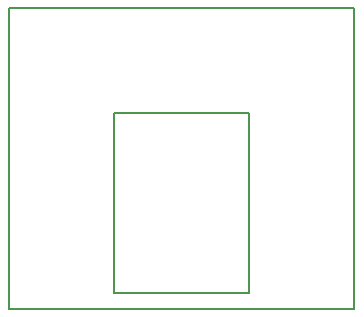
<source format=gbr>
%FSLAX23Y23*%
%MOIN*%
G04 EasyPC Gerber Version 17.0 Build 3379 *
%ADD11C,0.00500*%
X0Y0D02*
D02*
D11*
X3Y282D02*
X1153D01*
Y1283*
X3*
Y282*
X353Y933D02*
Y333D01*
X803*
Y933*
X353*
X0Y0D02*
M02*

</source>
